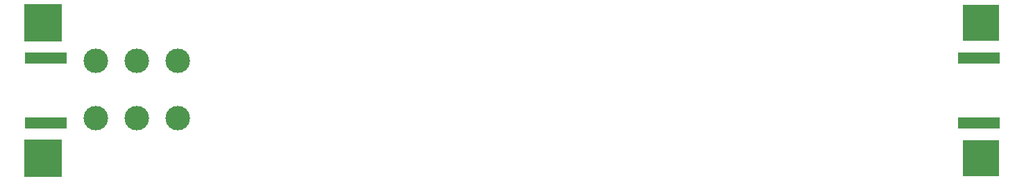
<source format=gbs>
G04*
G04 #@! TF.GenerationSoftware,Altium Limited,Altium Designer,21.2.0 (30)*
G04*
G04 Layer_Color=16711935*
%FSLAX44Y44*%
%MOMM*%
G71*
G04*
G04 #@! TF.SameCoordinates,58CED176-2650-464E-8F7A-AB9BE6AF2035*
G04*
G04*
G04 #@! TF.FilePolarity,Negative*
G04*
G01*
G75*
%ADD56R,5.1816X1.3716*%
%ADD57R,4.5466X4.5466*%
%ADD58C,3.0000*%
%ADD59R,4.4450X4.4450*%
D56*
X1165800Y147950D02*
D03*
Y67950D02*
D03*
X28000Y147950D02*
D03*
Y67950D02*
D03*
D57*
X25000Y191000D02*
D03*
Y25000D02*
D03*
D58*
X89000Y144000D02*
D03*
X139000D02*
D03*
X189000D02*
D03*
Y74000D02*
D03*
X139000D02*
D03*
X89000D02*
D03*
D59*
X1169000Y25000D02*
D03*
Y191000D02*
D03*
M02*

</source>
